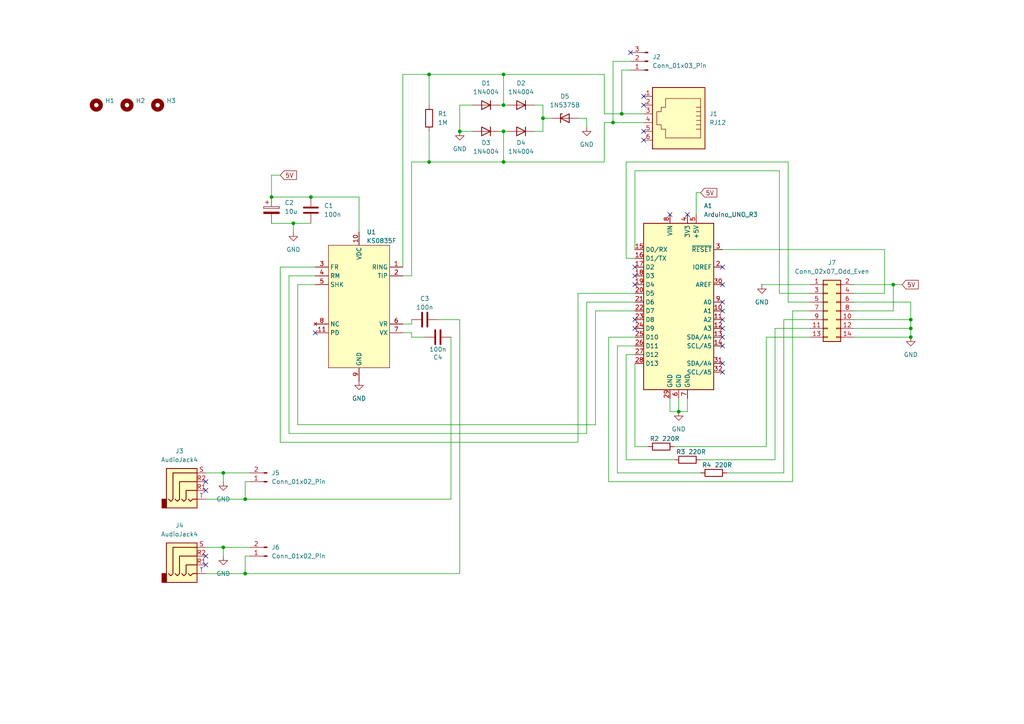
<source format=kicad_sch>
(kicad_sch (version 20231120) (generator "eeschema") (generator_version "8.0")
  (paper "A4")
  (title_block (title "Arduino") (date "2024-11-13") (rev "0.1"))
  (lib_symbols
    (symbol "Connector:Conn_01x02_Pin" (pin_names (offset 1.016) hide)
      (property "Reference" "J" (at 0 2.54 0))
      (property "Value" "Conn_01x02_Pin" (at 0 -5.08 0))
      (symbol "Conn_01x02_Pin_1_1"
        (polyline (pts (xy 1.27 -2.54) (xy 0.8636 -2.54)) (stroke (width 0.1524)))
        (polyline (pts (xy 1.27 0) (xy 0.8636 0)) (stroke (width 0.1524)))
        (rectangle (start 0.8636 -2.413) (end 0 -2.667) (stroke (width 0.1524)) (fill (type outline)))
        (rectangle (start 0.8636 0.127) (end 0 -0.127) (stroke (width 0.1524)) (fill (type outline)))
        (pin passive line (at 5.08 0 180) (length 3.81) (name "Pin_1") (number "1"))
        (pin passive line (at 5.08 -2.54 180) (length 3.81) (name "Pin_2") (number "2"))
      )
    )
    (symbol "Connector:Conn_01x03_Pin" (pin_names (offset 1.016) hide)
      (property "Reference" "J" (at 0 5.08 0))
      (property "Value" "Conn_01x03_Pin" (at 0 -5.08 0))
      (symbol "Conn_01x03_Pin_1_1"
        (polyline (pts (xy 1.27 -2.54) (xy 0.8636 -2.54)) (stroke (width 0.1524)))
        (polyline (pts (xy 1.27 0) (xy 0.8636 0)) (stroke (width 0.1524)))
        (polyline (pts (xy 1.27 2.54) (xy 0.8636 2.54)) (stroke (width 0.1524)))
        (rectangle (start 0.8636 -2.413) (end 0 -2.667) (stroke (width 0.1524)) (fill (type outline)))
        (rectangle (start 0.8636 0.127) (end 0 -0.127) (stroke (width 0.1524)) (fill (type outline)))
        (rectangle (start 0.8636 2.667) (end 0 2.413) (stroke (width 0.1524)) (fill (type outline)))
        (pin passive line (at 5.08 2.54 180) (length 3.81) (name "Pin_1") (number "1"))
        (pin passive line (at 5.08 0 180) (length 3.81) (name "Pin_2") (number "2"))
        (pin passive line (at 5.08 -2.54 180) (length 3.81) (name "Pin_3") (number "3"))
      )
    )
    (symbol "Connector:RJ12" (pin_names (offset 1.016))
      (property "Reference" "J" (at -5.08 11.43 0))
      (property "Value" "RJ12" (at 2.54 11.43 0))
      (symbol "RJ12_0_1"
        (polyline (pts (xy -6.35 -1.905) (xy -5.08 -1.905) (xy -5.08 -1.905)))
        (polyline (pts (xy -6.35 -0.635) (xy -5.08 -0.635) (xy -5.08 -0.635)))
        (polyline (pts (xy -6.35 0.635) (xy -5.08 0.635) (xy -5.08 0.635)))
        (polyline (pts (xy -6.35 1.905) (xy -5.08 1.905) (xy -5.08 1.905)))
        (polyline (pts (xy -6.35 3.175) (xy -5.08 3.175) (xy -5.08 3.175)))
        (polyline (pts (xy -5.08 4.445) (xy -6.35 4.445) (xy -6.35 4.445)))
        (polyline (pts (xy -6.35 -4.445) (xy -6.35 6.985) (xy 3.81 6.985) (xy 3.81 4.445) (xy 5.08 4.445) (xy 5.08 3.175) (xy 6.35 3.175) (xy 6.35 -0.635) (xy 5.08 -0.635) (xy 5.08 -1.905) (xy 3.81 -1.905) (xy 3.81 -4.445) (xy -6.35 -4.445) (xy -6.35 -4.445)))
        (rectangle (start 7.62 10.16) (end -7.62 -7.62) (stroke (width 0.254)) (fill (type background)))
      )
      (symbol "RJ12_1_1"
        (pin passive line (at 10.16 -5.08 180) (length 2.54) (name "~") (number "1"))
        (pin passive line (at 10.16 -2.54 180) (length 2.54) (name "~") (number "2"))
        (pin passive line (at 10.16 0 180) (length 2.54) (name "~") (number "3"))
        (pin passive line (at 10.16 2.54 180) (length 2.54) (name "~") (number "4"))
        (pin passive line (at 10.16 5.08 180) (length 2.54) (name "~") (number "5"))
        (pin passive line (at 10.16 7.62 180) (length 2.54) (name "~") (number "6"))
      )
    )
    (symbol "Connector_Audio:AudioJack4"
      (property "Reference" "J" (at 0 8.89 0))
      (property "Value" "AudioJack4" (at 0 6.35 0))
      (symbol "AudioJack4_0_1"
        (rectangle (start -6.35 -5.08) (end -7.62 -7.62) (stroke (width 0.254)) (fill (type outline)))
        (polyline (pts (xy 0 -5.08) (xy 0.635 -5.715) (xy 1.27 -5.08) (xy 2.54 -5.08)) (stroke (width 0.254)))
        (polyline (pts (xy -5.715 -5.08) (xy -5.08 -5.715) (xy -4.445 -5.08) (xy -4.445 2.54) (xy 2.54 2.54)) (stroke (width 0.254)))
        (polyline (pts (xy -1.905 -5.08) (xy -1.27 -5.715) (xy -0.635 -5.08) (xy -0.635 -2.54) (xy 2.54 -2.54)) (stroke (width 0.254)))
        (polyline (pts (xy 2.54 0) (xy -2.54 0) (xy -2.54 -5.08) (xy -3.175 -5.715) (xy -3.81 -5.08)) (stroke (width 0.254)))
        (rectangle (start 2.54 3.81) (end -6.35 -7.62) (stroke (width 0.254)) (fill (type background)))
      )
      (symbol "AudioJack4_1_1"
        (pin passive line (at 5.08 -2.54 180) (length 2.54) (name "~") (number "R1"))
        (pin passive line (at 5.08 0 180) (length 2.54) (name "~") (number "R2"))
        (pin passive line (at 5.08 2.54 180) (length 2.54) (name "~") (number "S"))
        (pin passive line (at 5.08 -5.08 180) (length 2.54) (name "~") (number "T"))
      )
    )
    (symbol "Connector_Generic:Conn_02x07_Odd_Even" (pin_names (offset 1.016) hide)
      (property "Reference" "J" (at 1.27 10.16 0))
      (property "Value" "Conn_02x07_Odd_Even" (at 1.27 -10.16 0))
      (symbol "Conn_02x07_Odd_Even_1_1"
        (rectangle (start -1.27 -7.493) (end 0 -7.747) (stroke (width 0.1524)))
        (rectangle (start -1.27 -4.953) (end 0 -5.207) (stroke (width 0.1524)))
        (rectangle (start -1.27 -2.413) (end 0 -2.667) (stroke (width 0.1524)))
        (rectangle (start -1.27 0.127) (end 0 -0.127) (stroke (width 0.1524)))
        (rectangle (start -1.27 2.667) (end 0 2.413) (stroke (width 0.1524)))
        (rectangle (start -1.27 5.207) (end 0 4.953) (stroke (width 0.1524)))
        (rectangle (start -1.27 7.747) (end 0 7.493) (stroke (width 0.1524)))
        (rectangle (start -1.27 8.89) (end 3.81 -8.89) (stroke (width 0.254)) (fill (type background)))
        (rectangle (start 3.81 -7.493) (end 2.54 -7.747) (stroke (width 0.1524)))
        (rectangle (start 3.81 -4.953) (end 2.54 -5.207) (stroke (width 0.1524)))
        (rectangle (start 3.81 -2.413) (end 2.54 -2.667) (stroke (width 0.1524)))
        (rectangle (start 3.81 0.127) (end 2.54 -0.127) (stroke (width 0.1524)))
        (rectangle (start 3.81 2.667) (end 2.54 2.413) (stroke (width 0.1524)))
        (rectangle (start 3.81 5.207) (end 2.54 4.953) (stroke (width 0.1524)))
        (rectangle (start 3.81 7.747) (end 2.54 7.493) (stroke (width 0.1524)))
        (pin passive line (at -5.08 7.62 0) (length 3.81) (name "Pin_1") (number "1"))
        (pin passive line (at 7.62 -2.54 180) (length 3.81) (name "Pin_10") (number "10"))
        (pin passive line (at -5.08 -5.08 0) (length 3.81) (name "Pin_11") (number "11"))
        (pin passive line (at 7.62 -5.08 180) (length 3.81) (name "Pin_12") (number "12"))
        (pin passive line (at -5.08 -7.62 0) (length 3.81) (name "Pin_13") (number "13"))
        (pin passive line (at 7.62 -7.62 180) (length 3.81) (name "Pin_14") (number "14"))
        (pin passive line (at 7.62 7.62 180) (length 3.81) (name "Pin_2") (number "2"))
        (pin passive line (at -5.08 5.08 0) (length 3.81) (name "Pin_3") (number "3"))
        (pin passive line (at 7.62 5.08 180) (length 3.81) (name "Pin_4") (number "4"))
        (pin passive line (at -5.08 2.54 0) (length 3.81) (name "Pin_5") (number "5"))
        (pin passive line (at 7.62 2.54 180) (length 3.81) (name "Pin_6") (number "6"))
        (pin passive line (at -5.08 0 0) (length 3.81) (name "Pin_7") (number "7"))
        (pin passive line (at 7.62 0 180) (length 3.81) (name "Pin_8") (number "8"))
        (pin passive line (at -5.08 -2.54 0) (length 3.81) (name "Pin_9") (number "9"))
      )
    )
    (symbol "Device:C" (pin_numbers hide) (pin_names (offset 0.254))
      (property "Reference" "C" (at 0.635 2.54 0))
      (property "Value" "C" (at 0.635 -2.54 0))
      (symbol "C_0_1"
        (polyline (pts (xy -2.032 -0.762) (xy 2.032 -0.762)) (stroke (width 0.508)))
        (polyline (pts (xy -2.032 0.762) (xy 2.032 0.762)) (stroke (width 0.508)))
      )
      (symbol "C_1_1"
        (pin passive line (at 0 3.81 270) (length 2.794) (name "~") (number "1"))
        (pin passive line (at 0 -3.81 90) (length 2.794) (name "~") (number "2"))
      )
    )
    (symbol "Device:C_Polarized" (pin_numbers hide) (pin_names (offset 0.254))
      (property "Reference" "C" (at 0.635 2.54 0))
      (property "Value" "C_Polarized" (at 0.635 -2.54 0))
      (symbol "C_Polarized_0_1"
        (rectangle (start -2.286 0.508) (end 2.286 1.016))
        (polyline (pts (xy -1.778 2.286) (xy -0.762 2.286)))
        (polyline (pts (xy -1.27 2.794) (xy -1.27 1.778)))
        (rectangle (start 2.286 -0.508) (end -2.286 -1.016) (fill (type outline)))
      )
      (symbol "C_Polarized_1_1"
        (pin passive line (at 0 3.81 270) (length 2.794) (name "~") (number "1"))
        (pin passive line (at 0 -3.81 90) (length 2.794) (name "~") (number "2"))
      )
    )
    (symbol "Device:R" (pin_numbers hide) (pin_names (offset 0))
      (property "Reference" "R" (at 2.032 0 90))
      (property "Value" "R" (at 0 0 90))
      (symbol "R_0_1"
        (rectangle (start -1.016 -2.54) (end 1.016 2.54) (stroke (width 0.254)))
      )
      (symbol "R_1_1"
        (pin passive line (at 0 3.81 270) (length 1.27) (name "~") (number "1"))
        (pin passive line (at 0 -3.81 90) (length 1.27) (name "~") (number "2"))
      )
    )
    (symbol "Diode:1N4004" (pin_numbers hide) (pin_names hide)
      (property "Reference" "D" (at 0 2.54 0))
      (property "Value" "1N4004" (at 0 -2.54 0))
      (symbol "1N4004_0_1"
        (polyline (pts (xy -1.27 1.27) (xy -1.27 -1.27)) (stroke (width 0.254)))
        (polyline (pts (xy 1.27 0) (xy -1.27 0)))
        (polyline (pts (xy 1.27 1.27) (xy 1.27 -1.27) (xy -1.27 0) (xy 1.27 1.27)) (stroke (width 0.254)))
      )
      (symbol "1N4004_1_1"
        (pin passive line (at -3.81 0 0) (length 2.54) (name "K") (number "1"))
        (pin passive line (at 3.81 0 180) (length 2.54) (name "A") (number "2"))
      )
    )
    (symbol "Diode:1N53xxB" (pin_numbers hide) (pin_names hide)
      (property "Reference" "D" (at 0 2.54 0))
      (property "Value" "1N53xxB" (at 0 -2.54 0))
      (symbol "1N53xxB_0_1"
        (polyline (pts (xy 1.27 0) (xy -1.27 0)))
        (polyline (pts (xy -1.27 -1.27) (xy -1.27 1.27) (xy -0.762 1.27)) (stroke (width 0.254)))
        (polyline (pts (xy 1.27 -1.27) (xy 1.27 1.27) (xy -1.27 0) (xy 1.27 -1.27)) (stroke (width 0.254)))
      )
      (symbol "1N53xxB_1_1"
        (pin passive line (at -3.81 0 0) (length 2.54) (name "K") (number "1"))
        (pin passive line (at 3.81 0 180) (length 2.54) (name "A") (number "2"))
      )
    )
    (symbol "MCU_Module:Arduino_UNO_R3"
      (property "Reference" "A" (at -10.16 23.495 0))
      (property "Value" "Arduino_UNO_R3" (at 5.08 -26.67 0))
      (symbol "Arduino_UNO_R3_0_1"
        (rectangle (start -10.16 22.86) (end 10.16 -25.4) (stroke (width 0.254)) (fill (type background)))
      )
      (symbol "Arduino_UNO_R3_1_1"
        (pin no_connect line (at -10.16 -20.32 0) (length 2.54) hide (name "NC") (number "1"))
        (pin bidirectional line (at 12.7 -2.54 180) (length 2.54) (name "A1") (number "10"))
        (pin bidirectional line (at 12.7 -5.08 180) (length 2.54) (name "A2") (number "11"))
        (pin bidirectional line (at 12.7 -7.62 180) (length 2.54) (name "A3") (number "12"))
        (pin bidirectional line (at 12.7 -10.16 180) (length 2.54) (name "SDA/A4") (number "13"))
        (pin bidirectional line (at 12.7 -12.7 180) (length 2.54) (name "SCL/A5") (number "14"))
        (pin bidirectional line (at -12.7 15.24 0) (length 2.54) (name "D0/RX") (number "15"))
        (pin bidirectional line (at -12.7 12.7 0) (length 2.54) (name "D1/TX") (number "16"))
        (pin bidirectional line (at -12.7 10.16 0) (length 2.54) (name "D2") (number "17"))
        (pin bidirectional line (at -12.7 7.62 0) (length 2.54) (name "D3") (number "18"))
        (pin bidirectional line (at -12.7 5.08 0) (length 2.54) (name "D4") (number "19"))
        (pin output line (at 12.7 10.16 180) (length 2.54) (name "IOREF") (number "2"))
        (pin bidirectional line (at -12.7 2.54 0) (length 2.54) (name "D5") (number "20"))
        (pin bidirectional line (at -12.7 0 0) (length 2.54) (name "D6") (number "21"))
        (pin bidirectional line (at -12.7 -2.54 0) (length 2.54) (name "D7") (number "22"))
        (pin bidirectional line (at -12.7 -5.08 0) (length 2.54) (name "D8") (number "23"))
        (pin bidirectional line (at -12.7 -7.62 0) (length 2.54) (name "D9") (number "24"))
        (pin bidirectional line (at -12.7 -10.16 0) (length 2.54) (name "D10") (number "25"))
        (pin bidirectional line (at -12.7 -12.7 0) (length 2.54) (name "D11") (number "26"))
        (pin bidirectional line (at -12.7 -15.24 0) (length 2.54) (name "D12") (number "27"))
        (pin bidirectional line (at -12.7 -17.78 0) (length 2.54) (name "D13") (number "28"))
        (pin power_in line (at -2.54 -27.94 90) (length 2.54) (name "GND") (number "29"))
        (pin input line (at 12.7 15.24 180) (length 2.54) (name "~{RESET}") (number "3"))
        (pin input line (at 12.7 5.08 180) (length 2.54) (name "AREF") (number "30"))
        (pin bidirectional line (at 12.7 -17.78 180) (length 2.54) (name "SDA/A4") (number "31"))
        (pin bidirectional line (at 12.7 -20.32 180) (length 2.54) (name "SCL/A5") (number "32"))
        (pin power_out line (at 2.54 25.4 270) (length 2.54) (name "3V3") (number "4"))
        (pin power_out line (at 5.08 25.4 270) (length 2.54) (name "+5V") (number "5"))
        (pin power_in line (at 0 -27.94 90) (length 2.54) (name "GND") (number "6"))
        (pin power_in line (at 2.54 -27.94 90) (length 2.54) (name "GND") (number "7"))
        (pin power_in line (at -2.54 25.4 270) (length 2.54) (name "VIN") (number "8"))
        (pin bidirectional line (at 12.7 0 180) (length 2.54) (name "A0") (number "9"))
      )
    )
    (symbol "Mechanical:MountingHole" (pin_names (offset 1.016)) (exclude_from_sim yes) (in_bom no)
      (property "Reference" "H" (at 0 5.08 0))
      (property "Value" "MountingHole" (at 0 3.175 0))
      (symbol "MountingHole_0_1"
        (circle (center 0 0) (radius 1.27) (stroke (width 1.27)))
      )
    )
    (symbol "power:GND" (power) (pin_numbers hide) (pin_names (offset 0) hide)
      (property "Value" "GND" (at 0 -3.81 0))
      (symbol "GND_0_1"
        (polyline (pts (xy 0 0) (xy 0 -1.27) (xy 1.27 -1.27) (xy 0 -2.54) (xy -1.27 -1.27) (xy 0 -1.27)))
      )
      (symbol "GND_1_1"
        (pin power_in line (at 0 0 270) (length 0) (name "~") (number "1"))
      )
    )
    (symbol "telduino:KS0835F"
      (property "Reference" "U" (at 4.064 20.828 0))
      (symbol "KS0835F_0_1"
        (rectangle (start -8.89 17.78) (end 8.89 -17.78) (fill (type background)))
      )
      (symbol "KS0835F_1_1"
        (pin output line (at 12.7 11.43 180) (length 3.81) (name "RING") (number "1"))
        (pin power_in line (at 0 21.59 270) (length 3.81) (name "VDC") (number "10"))
        (pin input line (at -12.7 -7.62 0) (length 3.81) (name "PD") (number "11"))
        (pin output line (at 12.7 8.89 180) (length 3.81) (name "TIP") (number "2"))
        (pin input line (at -12.7 11.43 0) (length 3.81) (name "FR") (number "3"))
        (pin input line (at -12.7 8.89 0) (length 3.81) (name "RM") (number "4"))
        (pin output line (at -12.7 6.35 0) (length 3.81) (name "SHK") (number "5"))
        (pin input line (at 12.7 -5.08 180) (length 3.81) (name "VR") (number "6"))
        (pin output line (at 12.7 -7.62 180) (length 3.81) (name "VX") (number "7"))
        (pin no_connect line (at -12.7 -5.08 0) (length 3.81) (name "NC") (number "8"))
        (pin power_in line (at 0 -21.59 90) (length 3.81) (name "GND") (number "9"))
      )
    )
  )
  (junction (at 180.34 33.02))
  (junction (at 177.8 35.56))
  (junction (at 78.74 57.15))
  (junction (at 146.05 21.59))
  (junction (at 264.16 92.71))
  (junction (at 71.12 144.78))
  (junction (at 124.46 21.59))
  (junction (at 133.35 38.1))
  (junction (at 264.16 97.79))
  (junction (at 264.16 95.25))
  (junction (at 146.05 30.48))
  (junction (at 259.08 82.55))
  (junction (at 146.05 46.99))
  (junction (at 85.09 64.77))
  (junction (at 146.05 38.1))
  (junction (at 90.17 57.15))
  (junction (at 124.46 46.99))
  (junction (at 196.85 119.38))
  (junction (at 157.48 34.29))
  (junction (at 64.77 158.75))
  (junction (at 64.77 137.16))
  (junction (at 71.12 166.37))
  (no_connect (at 186.69 30.48))
  (no_connect (at 209.55 82.55))
  (no_connect (at 209.55 87.63))
  (no_connect (at 209.55 92.71))
  (no_connect (at 209.55 90.17))
  (no_connect (at 209.55 107.95))
  (no_connect (at 184.15 82.55))
  (no_connect (at 194.31 62.23))
  (no_connect (at 184.15 80.01))
  (no_connect (at 59.69 139.7))
  (no_connect (at 59.69 163.83))
  (no_connect (at 59.69 142.24))
  (no_connect (at 91.44 96.52))
  (no_connect (at 184.15 95.25))
  (no_connect (at 209.55 105.41))
  (no_connect (at 186.69 40.64))
  (no_connect (at 209.55 100.33))
  (no_connect (at 186.69 38.1))
  (no_connect (at 59.69 161.29))
  (no_connect (at 182.88 15.24))
  (no_connect (at 184.15 92.71))
  (no_connect (at 209.55 95.25))
  (no_connect (at 209.55 97.79))
  (no_connect (at 199.39 62.23))
  (no_connect (at 186.69 27.94))
  (no_connect (at 184.15 77.47))
  (no_connect (at 209.55 77.47))
  (wire (pts (xy 175.26 46.99) (xy 146.05 46.99)))
  (wire (pts (xy 104.14 57.15) (xy 90.17 57.15)))
  (wire (pts (xy 247.65 82.55) (xy 259.08 82.55)))
  (wire (pts (xy 78.74 64.77) (xy 85.09 64.77)))
  (wire (pts (xy 181.61 74.93) (xy 181.61 46.99)))
  (wire (pts (xy 124.46 21.59) (xy 146.05 21.59)))
  (wire (pts (xy 264.16 95.25) (xy 264.16 97.79)))
  (wire (pts (xy 220.98 82.55) (xy 234.95 82.55)))
  (wire (pts (xy 71.12 144.78) (xy 59.69 144.78)))
  (wire (pts (xy 170.18 34.29) (xy 170.18 36.83)))
  (wire (pts (xy 194.31 115.57) (xy 194.31 119.38)))
  (wire (pts (xy 247.65 92.71) (xy 264.16 92.71)))
  (wire (pts (xy 144.78 38.1) (xy 146.05 38.1)))
  (wire (pts (xy 172.72 123.19) (xy 172.72 90.17)))
  (wire (pts (xy 72.39 161.29) (xy 71.12 161.29)))
  (wire (pts (xy 157.48 38.1) (xy 154.94 38.1)))
  (wire (pts (xy 179.07 100.33) (xy 179.07 137.16)))
  (wire (pts (xy 71.12 139.7) (xy 71.12 144.78)))
  (wire (pts (xy 203.2 133.35) (xy 224.79 133.35)))
  (wire (pts (xy 181.61 102.87) (xy 181.61 133.35)))
  (wire (pts (xy 201.93 55.88) (xy 203.2 55.88)))
  (wire (pts (xy 226.06 85.09) (xy 234.95 85.09)))
  (wire (pts (xy 184.15 129.54) (xy 187.96 129.54)))
  (wire (pts (xy 85.09 64.77) (xy 90.17 64.77)))
  (wire (pts (xy 256.54 85.09) (xy 247.65 85.09)))
  (wire (pts (xy 180.34 20.32) (xy 182.88 20.32)))
  (wire (pts (xy 177.8 17.78) (xy 182.88 17.78)))
  (wire (pts (xy 133.35 92.71) (xy 133.35 166.37)))
  (wire (pts (xy 133.35 166.37) (xy 71.12 166.37)))
  (wire (pts (xy 59.69 137.16) (xy 64.77 137.16)))
  (wire (pts (xy 201.93 62.23) (xy 201.93 55.88)))
  (wire (pts (xy 175.26 21.59) (xy 146.05 21.59)))
  (wire (pts (xy 81.28 50.8) (xy 78.74 50.8)))
  (wire (pts (xy 116.84 80.01) (xy 119.38 80.01)))
  (wire (pts (xy 181.61 46.99) (xy 228.6 46.99)))
  (wire (pts (xy 256.54 72.39) (xy 256.54 85.09)))
  (wire (pts (xy 157.48 30.48) (xy 157.48 34.29)))
  (wire (pts (xy 71.12 161.29) (xy 71.12 166.37)))
  (wire (pts (xy 146.05 30.48) (xy 147.32 30.48)))
  (wire (pts (xy 176.53 139.7) (xy 229.87 139.7)))
  (wire (pts (xy 247.65 90.17) (xy 259.08 90.17)))
  (wire (pts (xy 81.28 128.27) (xy 167.64 128.27)))
  (wire (pts (xy 124.46 46.99) (xy 146.05 46.99)))
  (wire (pts (xy 177.8 35.56) (xy 175.26 35.56)))
  (wire (pts (xy 180.34 33.02) (xy 186.69 33.02)))
  (wire (pts (xy 167.64 34.29) (xy 170.18 34.29)))
  (wire (pts (xy 175.26 35.56) (xy 175.26 46.99)))
  (wire (pts (xy 228.6 46.99) (xy 228.6 87.63)))
  (wire (pts (xy 222.25 129.54) (xy 222.25 97.79)))
  (wire (pts (xy 184.15 105.41) (xy 184.15 129.54)))
  (wire (pts (xy 154.94 30.48) (xy 157.48 30.48)))
  (wire (pts (xy 157.48 34.29) (xy 160.02 34.29)))
  (wire (pts (xy 104.14 67.31) (xy 104.14 57.15)))
  (wire (pts (xy 167.64 85.09) (xy 184.15 85.09)))
  (wire (pts (xy 259.08 90.17) (xy 259.08 82.55)))
  (wire (pts (xy 116.84 21.59) (xy 124.46 21.59)))
  (wire (pts (xy 184.15 74.93) (xy 181.61 74.93)))
  (wire (pts (xy 146.05 21.59) (xy 146.05 30.48)))
  (wire (pts (xy 144.78 30.48) (xy 146.05 30.48)))
  (wire (pts (xy 179.07 137.16) (xy 203.2 137.16)))
  (wire (pts (xy 119.38 46.99) (xy 124.46 46.99)))
  (wire (pts (xy 86.36 82.55) (xy 86.36 123.19)))
  (wire (pts (xy 184.15 72.39) (xy 184.15 49.53)))
  (wire (pts (xy 170.18 125.73) (xy 170.18 87.63)))
  (wire (pts (xy 180.34 20.32) (xy 180.34 33.02)))
  (wire (pts (xy 64.77 158.75) (xy 64.77 161.29)))
  (wire (pts (xy 64.77 137.16) (xy 72.39 137.16)))
  (wire (pts (xy 222.25 97.79) (xy 234.95 97.79)))
  (wire (pts (xy 184.15 97.79) (xy 176.53 97.79)))
  (wire (pts (xy 91.44 80.01) (xy 83.82 80.01)))
  (wire (pts (xy 170.18 87.63) (xy 184.15 87.63)))
  (wire (pts (xy 59.69 158.75) (xy 64.77 158.75)))
  (wire (pts (xy 227.33 92.71) (xy 234.95 92.71)))
  (wire (pts (xy 146.05 46.99) (xy 146.05 38.1)))
  (wire (pts (xy 86.36 123.19) (xy 172.72 123.19)))
  (wire (pts (xy 130.81 97.79) (xy 130.81 144.78)))
  (wire (pts (xy 157.48 34.29) (xy 157.48 38.1)))
  (wire (pts (xy 264.16 92.71) (xy 264.16 95.25)))
  (wire (pts (xy 78.74 50.8) (xy 78.74 57.15)))
  (wire (pts (xy 137.16 30.48) (xy 133.35 30.48)))
  (wire (pts (xy 64.77 137.16) (xy 64.77 139.7)))
  (wire (pts (xy 116.84 93.98) (xy 119.38 93.98)))
  (wire (pts (xy 146.05 38.1) (xy 147.32 38.1)))
  (wire (pts (xy 180.34 33.02) (xy 175.26 33.02)))
  (wire (pts (xy 210.82 137.16) (xy 227.33 137.16)))
  (wire (pts (xy 71.12 166.37) (xy 59.69 166.37)))
  (wire (pts (xy 130.81 144.78) (xy 71.12 144.78)))
  (wire (pts (xy 124.46 30.48) (xy 124.46 21.59)))
  (wire (pts (xy 184.15 100.33) (xy 179.07 100.33)))
  (wire (pts (xy 119.38 80.01) (xy 119.38 46.99)))
  (wire (pts (xy 227.33 137.16) (xy 227.33 92.71)))
  (wire (pts (xy 64.77 158.75) (xy 72.39 158.75)))
  (wire (pts (xy 83.82 80.01) (xy 83.82 125.73)))
  (wire (pts (xy 167.64 128.27) (xy 167.64 85.09)))
  (wire (pts (xy 226.06 49.53) (xy 226.06 85.09)))
  (wire (pts (xy 247.65 87.63) (xy 264.16 87.63)))
  (wire (pts (xy 127 92.71) (xy 133.35 92.71)))
  (wire (pts (xy 209.55 72.39) (xy 256.54 72.39)))
  (wire (pts (xy 172.72 90.17) (xy 184.15 90.17)))
  (wire (pts (xy 181.61 133.35) (xy 195.58 133.35)))
  (wire (pts (xy 91.44 77.47) (xy 81.28 77.47)))
  (wire (pts (xy 81.28 77.47) (xy 81.28 128.27)))
  (wire (pts (xy 175.26 33.02) (xy 175.26 21.59)))
  (wire (pts (xy 78.74 57.15) (xy 90.17 57.15)))
  (wire (pts (xy 259.08 82.55) (xy 261.62 82.55)))
  (wire (pts (xy 116.84 77.47) (xy 116.84 21.59)))
  (wire (pts (xy 247.65 95.25) (xy 264.16 95.25)))
  (wire (pts (xy 195.58 129.54) (xy 222.25 129.54)))
  (wire (pts (xy 133.35 38.1) (xy 137.16 38.1)))
  (wire (pts (xy 119.38 96.52) (xy 119.38 97.79)))
  (wire (pts (xy 224.79 95.25) (xy 234.95 95.25)))
  (wire (pts (xy 85.09 64.77) (xy 85.09 67.31)))
  (wire (pts (xy 196.85 115.57) (xy 196.85 119.38)))
  (wire (pts (xy 184.15 102.87) (xy 181.61 102.87)))
  (wire (pts (xy 124.46 38.1) (xy 124.46 46.99)))
  (wire (pts (xy 83.82 125.73) (xy 170.18 125.73)))
  (wire (pts (xy 119.38 93.98) (xy 119.38 92.71)))
  (wire (pts (xy 199.39 115.57) (xy 199.39 119.38)))
  (wire (pts (xy 119.38 97.79) (xy 123.19 97.79)))
  (wire (pts (xy 116.84 96.52) (xy 119.38 96.52)))
  (wire (pts (xy 247.65 97.79) (xy 264.16 97.79)))
  (wire (pts (xy 72.39 139.7) (xy 71.12 139.7)))
  (wire (pts (xy 91.44 82.55) (xy 86.36 82.55)))
  (wire (pts (xy 133.35 30.48) (xy 133.35 38.1)))
  (wire (pts (xy 177.8 17.78) (xy 177.8 35.56)))
  (wire (pts (xy 194.31 119.38) (xy 196.85 119.38)))
  (wire (pts (xy 184.15 49.53) (xy 226.06 49.53)))
  (wire (pts (xy 264.16 87.63) (xy 264.16 92.71)))
  (wire (pts (xy 176.53 97.79) (xy 176.53 139.7)))
  (wire (pts (xy 229.87 139.7) (xy 229.87 90.17)))
  (wire (pts (xy 228.6 87.63) (xy 234.95 87.63)))
  (wire (pts (xy 177.8 35.56) (xy 186.69 35.56)))
  (wire (pts (xy 199.39 119.38) (xy 196.85 119.38)))
  (wire (pts (xy 224.79 133.35) (xy 224.79 95.25)))
  (wire (pts (xy 229.87 90.17) (xy 234.95 90.17)))
  (global_label "5V" (shape input) (at 81.28 50.8 0) (property "Intersheetrefs" "${INTERSHEET_REFS}" (effects (hide yes))))
  (global_label "5V" (shape input) (at 261.62 82.55 0) (property "Intersheetrefs" "${INTERSHEET_REFS}" (effects (hide yes))))
  (global_label "5V" (shape input) (at 203.2 55.88 0) (property "Intersheetrefs" "${INTERSHEET_REFS}" (effects (hide yes))))
  (symbol (lib_id "power:GND") (at 264.16 97.79 0) (unit 1)
    (property "Reference" "#PWR09" (effects (hide yes)))
    (property "Value" "GND" (at 264.16 102.87 0))
    (property "Description" "Power symbol creates a global label with name \"GND\" , ground" (effects (hide yes)))
  )
  (symbol (lib_id "Diode:1N4004") (at 151.13 38.1 180) (unit 1)
    (property "Reference" "D4" (at 151.13 41.402 0))
    (property "Value" "1N4004" (at 151.13 43.942 0))
    (property "Footprint" "Diode_THT:D_DO-41_SOD81_P10.16mm_Horizontal" (effects (hide yes)))
    (property "Datasheet" "http://www.vishay.com/docs/88503/1n4001.pdf, https://www.aliexpress.com/item/32664545131.html" (effects (hide yes)))
    (property "Description" "400V 1A General Purpose Rectifier Diode, DO-41" (effects (hide yes)))
    (property "Sim.Device" "D" (effects (hide yes)))
    (property "Sim.Pins" "1=K 2=A" (effects (hide yes)))
  )
  (symbol (lib_id "Device:C_Polarized") (at 78.74 60.96 0) (unit 1)
    (property "Reference" "C2" (at 82.55 58.8009 0) (effects (justify left)))
    (property "Value" "10u" (at 82.55 61.3409 0) (effects (justify left)))
    (property "Footprint" "Capacitor_Tantalum_SMD:CP_EIA-3216-18_Kemet-A_Pad1.58x1.35mm_HandSolder" (effects (hide yes)))
    (property "Datasheet" "https://www.digikey.ca/en/products/detail/kemet/T494A106K010AH/3759700" (effects (hide yes)))
    (property "Description" "Polarized capacitor" (effects (hide yes)))
  )
  (symbol (lib_id "Device:R") (at 199.39 133.35 270) (unit 1)
    (property "Reference" "R3" (at 196.088 131.064 90) (effects (justify left)))
    (property "Value" "220R" (at 199.644 131.064 90) (effects (justify left)))
    (property "Footprint" "Resistor_SMD:R_0805_2012Metric_Pad1.20x1.40mm_HandSolder" (effects (hide yes)))
    (property "Datasheet" "https://www.digikey.ca/en/products/detail/te-connectivity-passive-product/CRGCQ0805F220R/8576343" (effects (hide yes)))
    (property "Description" "Resistor" (effects (hide yes)))
  )
  (symbol (lib_id "power:GND") (at 85.09 67.31 0) (unit 1)
    (property "Reference" "#PWR03" (effects (hide yes)))
    (property "Value" "GND" (at 85.09 72.39 0))
    (property "Description" "Power symbol creates a global label with name \"GND\" , ground" (effects (hide yes)))
  )
  (symbol (lib_id "Device:R") (at 191.77 129.54 270) (unit 1)
    (property "Reference" "R2" (at 188.468 127.254 90) (effects (justify left)))
    (property "Value" "220R" (at 192.024 127.254 90) (effects (justify left)))
    (property "Footprint" "Resistor_SMD:R_0805_2012Metric_Pad1.20x1.40mm_HandSolder" (effects (hide yes)))
    (property "Datasheet" "https://www.digikey.ca/en/products/detail/te-connectivity-passive-product/CRGCQ0805F220R/8576343" (effects (hide yes)))
    (property "Description" "Resistor" (effects (hide yes)))
  )
  (symbol (lib_id "Connector_Audio:AudioJack4") (at 54.61 161.29 0) (unit 1)
    (property "Reference" "J4" (at 52.07 152.4 0))
    (property "Value" "AudioJack4" (at 52.07 154.94 0))
    (property "Footprint" "telduino:TENSILITY_54-00174" (effects (hide yes)))
    (property "Datasheet" "https://www.digikey.ca/en/products/detail/tensility-international-corp/54-00174/12140150" (effects (hide yes)))
    (property "Description" "Audio Jack, 4 Poles (TRRS)" (effects (hide yes)))
  )
  (symbol (lib_id "Connector:Conn_01x02_Pin") (at 77.47 161.29 180) (unit 1)
    (property "Reference" "J6" (at 78.74 158.7499 0) (effects (justify right)))
    (property "Value" "Conn_01x02_Pin" (at 78.74 161.2899 0) (effects (justify right)))
    (property "Footprint" "Connector_PinHeader_2.54mm:PinHeader_1x02_P2.54mm_Vertical" (effects (hide yes)))
    (property "Description" "Generic connector, single row, 01x02, script generated" (effects (hide yes)))
  )
  (symbol (lib_id "Connector_Generic:Conn_02x07_Odd_Even") (at 240.03 90.17 0) (unit 1)
    (property "Reference" "J7" (at 241.3 76.2 0))
    (property "Value" "Conn_02x07_Odd_Even" (at 241.3 78.74 0))
    (property "Footprint" "Connector_PinHeader_2.54mm:PinHeader_2x07_P2.54mm_Vertical" (effects (hide yes)))
    (property "Description" "Generic connector, double row, 02x07, odd/even pin numbering scheme (row 1 odd numbers, row 2 even numbers), script generated (kicad-library-utils/schlib/autogen/connector/)" (effects (hide yes)))
  )
  (symbol (lib_id "power:GND") (at 104.14 110.49 0) (unit 1)
    (property "Reference" "#PWR02" (effects (hide yes)))
    (property "Value" "GND" (at 104.14 115.57 0))
    (property "Description" "Power symbol creates a global label with name \"GND\" , ground" (effects (hide yes)))
  )
  (symbol (lib_id "Diode:1N4004") (at 151.13 30.48 180) (unit 1)
    (property "Reference" "D2" (at 151.13 24.13 0))
    (property "Value" "1N4004" (at 151.13 26.67 0))
    (property "Footprint" "Diode_THT:D_DO-41_SOD81_P10.16mm_Horizontal" (effects (hide yes)))
    (property "Datasheet" "http://www.vishay.com/docs/88503/1n4001.pdf, https://www.aliexpress.com/item/32664545131.html" (effects (hide yes)))
    (property "Description" "400V 1A General Purpose Rectifier Diode, DO-41" (effects (hide yes)))
    (property "Sim.Device" "D" (effects (hide yes)))
    (property "Sim.Pins" "1=K 2=A" (effects (hide yes)))
  )
  (symbol (lib_id "Mechanical:MountingHole") (at 45.72 30.48 0) (unit 1) (exclude_from_sim yes) (in_bom no)
    (property "Reference" "H3" (at 48.26 29.2099 0) (effects (justify left)))
    (property "Value" "MountingHole" (effects (hide yes)))
    (property "Footprint" "MountingHole:MountingHole_3.2mm_M3" (effects (hide yes)))
    (property "Description" "Mounting Hole without connection" (effects (hide yes)))
  )
  (symbol (lib_id "power:GND") (at 133.35 38.1 0) (unit 1)
    (property "Reference" "#PWR04" (effects (hide yes)))
    (property "Value" "GND" (at 133.35 43.18 0))
    (property "Description" "Power symbol creates a global label with name \"GND\" , ground" (effects (hide yes)))
  )
  (symbol (lib_id "Diode:1N53xxB") (at 163.83 34.29 0) (unit 1)
    (property "Reference" "D5" (at 163.83 27.94 0))
    (property "Value" "1N5375B" (at 163.83 30.48 0))
    (property "Footprint" "Diode_THT:D_DO-201_P15.24mm_Horizontal" (effects (hide yes)))
    (property "Datasheet" "https://diotec.com/tl_files/diotec/files/pdf/datasheets/1n5345b.pdf, https://www.aliexpress.com/item/1005006400248521.html" (effects (hide yes)))
    (property "Description" "5000mW Zener Diode, DO-201" (effects (hide yes)))
  )
  (symbol (lib_id "Device:R") (at 124.46 34.29 0) (unit 1)
    (property "Reference" "R1" (at 127 33.0199 0) (effects (justify left)))
    (property "Value" "1M" (at 127 35.5599 0) (effects (justify left)))
    (property "Footprint" "Resistor_THT:R_Axial_DIN0207_L6.3mm_D2.5mm_P10.16mm_Horizontal" (effects (hide yes)))
    (property "Description" "Resistor" (effects (hide yes)))
  )
  (symbol (lib_id "power:GND") (at 64.77 139.7 0) (unit 1)
    (property "Reference" "#PWR06" (effects (hide yes)))
    (property "Value" "GND" (at 64.77 144.78 0))
    (property "Description" "Power symbol creates a global label with name \"GND\" , ground" (effects (hide yes)))
  )
  (symbol (lib_id "Device:R") (at 207.01 137.16 270) (unit 1)
    (property "Reference" "R4" (at 204.978 134.874 90))
    (property "Value" "220R" (at 209.804 134.874 90))
    (property "Footprint" "Resistor_SMD:R_0805_2012Metric_Pad1.20x1.40mm_HandSolder" (effects (hide yes)))
    (property "Datasheet" "https://www.digikey.ca/en/products/detail/te-connectivity-passive-product/CRGCQ0805F220R/8576343" (effects (hide yes)))
    (property "Description" "Resistor" (effects (hide yes)))
  )
  (symbol (lib_id "Diode:1N4004") (at 140.97 38.1 180) (unit 1)
    (property "Reference" "D3" (at 140.97 41.402 0))
    (property "Value" "1N4004" (at 140.97 43.942 0))
    (property "Footprint" "Diode_THT:D_DO-41_SOD81_P10.16mm_Horizontal" (effects (hide yes)))
    (property "Datasheet" "http://www.vishay.com/docs/88503/1n4001.pdf, https://www.aliexpress.com/item/32664545131.html" (effects (hide yes)))
    (property "Description" "400V 1A General Purpose Rectifier Diode, DO-41" (effects (hide yes)))
    (property "Sim.Device" "D" (effects (hide yes)))
    (property "Sim.Pins" "1=K 2=A" (effects (hide yes)))
  )
  (symbol (lib_id "Connector:Conn_01x02_Pin") (at 77.47 139.7 180) (unit 1)
    (property "Reference" "J5" (at 78.74 137.1599 0) (effects (justify right)))
    (property "Value" "Conn_01x02_Pin" (at 78.74 139.6999 0) (effects (justify right)))
    (property "Footprint" "Connector_PinHeader_2.54mm:PinHeader_1x02_P2.54mm_Vertical" (effects (hide yes)))
    (property "Description" "Generic connector, single row, 01x02, script generated" (effects (hide yes)))
  )
  (symbol (lib_id "power:GND") (at 220.98 82.55 0) (unit 1)
    (property "Reference" "#PWR08" (effects (hide yes)))
    (property "Value" "GND" (at 220.98 87.63 0))
    (property "Description" "Power symbol creates a global label with name \"GND\" , ground" (effects (hide yes)))
  )
  (symbol (lib_id "Diode:1N4004") (at 140.97 30.48 180) (unit 1)
    (property "Reference" "D1" (at 140.97 24.13 0))
    (property "Value" "1N4004" (at 140.97 26.67 0))
    (property "Footprint" "Diode_THT:D_DO-41_SOD81_P10.16mm_Horizontal" (effects (hide yes)))
    (property "Datasheet" "http://www.vishay.com/docs/88503/1n4001.pdf, https://www.aliexpress.com/item/32664545131.html" (effects (hide yes)))
    (property "Description" "400V 1A General Purpose Rectifier Diode, DO-41" (effects (hide yes)))
    (property "Sim.Device" "D" (effects (hide yes)))
    (property "Sim.Pins" "1=K 2=A" (effects (hide yes)))
  )
  (symbol (lib_id "Mechanical:MountingHole") (at 36.83 30.48 0) (unit 1) (exclude_from_sim yes) (in_bom no)
    (property "Reference" "H2" (at 39.37 29.2099 0) (effects (justify left)))
    (property "Value" "MountingHole" (effects (hide yes)))
    (property "Footprint" "MountingHole:MountingHole_3.2mm_M3" (effects (hide yes)))
    (property "Description" "Mounting Hole without connection" (effects (hide yes)))
  )
  (symbol (lib_id "telduino:KS0835F") (at 104.14 88.9 0) (unit 1)
    (property "Reference" "U1" (at 106.3341 67.31 0) (effects (justify left)))
    (property "Value" "KS0835F" (at 106.3341 69.85 0) (effects (justify left)))
    (property "Footprint" "telduino:KS0835F" (effects (hide yes)))
    (property "Datasheet" "https://www.aliexpress.com/item/1005004945164575.html" (effects (hide yes)))
  )
  (symbol (lib_id "Device:C") (at 123.19 92.71 90) (unit 1)
    (property "Reference" "C3" (at 123.19 86.614 90))
    (property "Value" "100n" (at 123.19 89.154 90))
    (property "Footprint" "Capacitor_SMD:C_0805_2012Metric_Pad1.18x1.45mm_HandSolder" (effects (hide yes)))
    (property "Datasheet" "https://www.digikey.ca/en/products/detail/yageo/CC0805KRX7R9BB104/302874" (effects (hide yes)))
    (property "Description" "Unpolarized capacitor" (effects (hide yes)))
  )
  (symbol (lib_id "Mechanical:MountingHole") (at 27.94 30.48 0) (unit 1) (exclude_from_sim yes) (in_bom no)
    (property "Reference" "H1" (at 30.48 29.2099 0) (effects (justify left)))
    (property "Value" "MountingHole" (effects (hide yes)))
    (property "Footprint" "MountingHole:MountingHole_3.2mm_M3" (effects (hide yes)))
    (property "Description" "Mounting Hole without connection" (effects (hide yes)))
  )
  (symbol (lib_id "power:GND") (at 196.85 119.38 0) (unit 1)
    (property "Reference" "#PWR01" (effects (hide yes)))
    (property "Value" "GND" (at 196.85 124.46 0))
    (property "Description" "Power symbol creates a global label with name \"GND\" , ground" (effects (hide yes)))
  )
  (symbol (lib_id "Device:C") (at 127 97.79 90) (unit 1)
    (property "Reference" "C4" (at 127 103.632 90))
    (property "Value" "100n" (at 127 101.346 90))
    (property "Footprint" "Capacitor_SMD:C_0805_2012Metric_Pad1.18x1.45mm_HandSolder" (effects (hide yes)))
    (property "Datasheet" "https://www.digikey.ca/en/products/detail/yageo/CC0805KRX7R9BB104/302874" (effects (hide yes)))
    (property "Description" "Unpolarized capacitor" (effects (hide yes)))
  )
  (symbol (lib_id "Connector_Audio:AudioJack4") (at 54.61 139.7 0) (unit 1)
    (property "Reference" "J3" (at 52.07 130.81 0))
    (property "Value" "AudioJack4" (at 52.07 133.35 0))
    (property "Footprint" "telduino:TENSILITY_54-00174" (effects (hide yes)))
    (property "Datasheet" "https://www.digikey.ca/en/products/detail/tensility-international-corp/54-00174/12140150" (effects (hide yes)))
    (property "Description" "Audio Jack, 4 Poles (TRRS)" (effects (hide yes)))
  )
  (symbol (lib_id "Device:C") (at 90.17 60.96 0) (unit 1)
    (property "Reference" "C1" (at 93.98 59.6899 0) (effects (justify left)))
    (property "Value" "100n" (at 93.98 62.2299 0) (effects (justify left)))
    (property "Footprint" "Capacitor_SMD:C_0805_2012Metric_Pad1.18x1.45mm_HandSolder" (effects (hide yes)))
    (property "Datasheet" "https://www.digikey.ca/en/products/detail/yageo/CC0805KRX7R9BB104/302874" (effects (hide yes)))
    (property "Description" "Unpolarized capacitor" (effects (hide yes)))
  )
  (symbol (lib_id "power:GND") (at 64.77 161.29 0) (unit 1)
    (property "Reference" "#PWR07" (effects (hide yes)))
    (property "Value" "GND" (at 64.77 166.37 0))
    (property "Description" "Power symbol creates a global label with name \"GND\" , ground" (effects (hide yes)))
  )
  (symbol (lib_id "MCU_Module:Arduino_UNO_R3") (at 196.85 87.63 0) (unit 1)
    (property "Reference" "A1" (at 204.1241 59.69 0) (effects (justify left)))
    (property "Value" "Arduino_UNO_R3" (at 204.1241 62.23 0) (effects (justify left)))
    (property "Footprint" "telduino:Arduino_UNO_R3" (effects (hide yes)))
    (property "Datasheet" "https://www.arduino.cc/en/Main/arduinoBoardUno" (effects (hide yes)))
    (property "Description" "Arduino UNO Microcontroller Module, release 3" (effects (hide yes)))
  )
  (symbol (lib_id "power:GND") (at 170.18 36.83 0) (unit 1)
    (property "Reference" "#PWR05" (effects (hide yes)))
    (property "Value" "GND" (at 170.18 41.91 0))
    (property "Description" "Power symbol creates a global label with name \"GND\" , ground" (effects (hide yes)))
  )
  (symbol (lib_id "Connector:Conn_01x03_Pin") (at 187.96 17.78 180) (unit 1)
    (property "Reference" "J2" (at 189.23 16.5099 0) (effects (justify right)))
    (property "Value" "Conn_01x03_Pin" (at 189.23 19.0499 0) (effects (justify right)))
    (property "Footprint" "Connector_PinHeader_2.54mm:PinHeader_1x03_P2.54mm_Vertical" (effects (hide yes)))
    (property "Description" "Generic connector, single row, 01x03, script generated" (effects (hide yes)))
  )
  (symbol (lib_id "Connector:RJ12") (at 196.85 33.02 180) (unit 1)
    (property "Reference" "J1" (at 205.74 33.0199 0) (effects (justify right)))
    (property "Value" "RJ12" (at 205.74 35.5599 0) (effects (justify right)))
    (property "Footprint" "telduino:GCT_MJ3235-66-0_REVA" (effects (hide yes)))
    (property "Datasheet" "https://gct.co/connector/mj3235-66, https://www.aliexpress.com/item/32874855770.html" (effects (hide yes)))
    (property "Description" "RJ connector, 6P6C (6 positions 6 connected)" (effects (hide yes)))
  )
)
</source>
